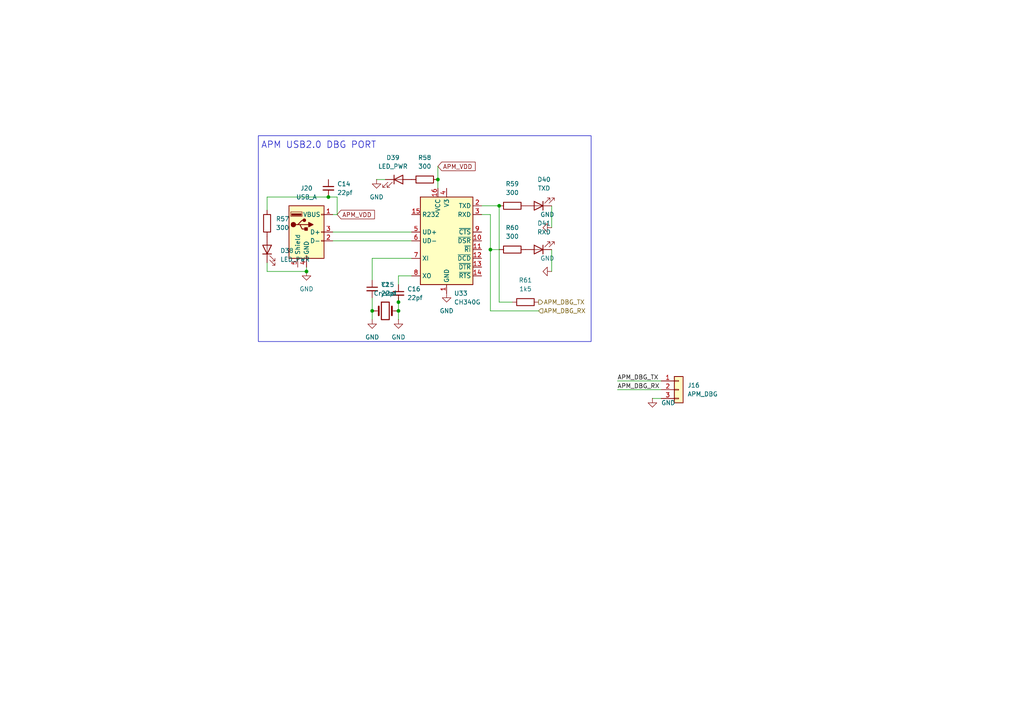
<source format=kicad_sch>
(kicad_sch (version 20250114) (generator "eeschema") (generator_version "9.0")
  (paper "A4")
  (title_block (date "2025-06") (rev "2"))
  (lib_symbols
    (symbol "Connector:USB_A" (pin_names (offset 1.016))
      (property "Reference" "J" (at -5.08 11.43 0))
      (property "Value" "USB_A" (at -5.08 8.89 0))
      (symbol "USB_A_0_1"
        (rectangle (start -5.08 -7.62) (end 5.08 7.62) (stroke (width 0.254)) (fill (type background)))
        (circle (center -3.81 2.159) (radius 0.635) (stroke (width 0.254)) (fill (type outline)))
        (polyline (pts (xy -3.175 2.159) (xy -2.54 2.159) (xy -1.27 3.429) (xy -0.635 3.429)) (stroke (width 0.254)))
        (polyline (pts (xy -2.54 2.159) (xy -1.905 2.159) (xy -1.27 0.889) (xy 0 0.889)) (stroke (width 0.254)))
        (rectangle (start -1.524 4.826) (end -4.318 5.334) (fill (type outline)))
        (rectangle (start -1.27 4.572) (end -4.572 5.842))
        (circle (center -0.635 3.429) (radius 0.381) (stroke (width 0.254)) (fill (type outline)))
        (rectangle (start -0.127 -7.62) (end 0.127 -6.858))
        (rectangle (start 0.254 1.27) (end -0.508 0.508) (stroke (width 0.254)) (fill (type outline)))
        (polyline (pts (xy 0.635 2.794) (xy 0.635 1.524) (xy 1.905 2.159) (xy 0.635 2.794)) (stroke (width 0.254)) (fill (type outline)))
        (rectangle (start 5.08 4.953) (end 4.318 5.207))
        (rectangle (start 5.08 -0.127) (end 4.318 0.127))
        (rectangle (start 5.08 -2.667) (end 4.318 -2.413))
      )
      (symbol "USB_A_1_1"
        (polyline (pts (xy -1.905 2.159) (xy 0.635 2.159)) (stroke (width 0.254)))
        (pin passive line (at -2.54 -10.16 90) (length 2.54) (name "Shield") (number "5"))
        (pin power_in line (at 0 -10.16 90) (length 2.54) (name "GND") (number "4"))
        (pin power_in line (at 7.62 5.08 180) (length 2.54) (name "VBUS") (number "1"))
        (pin bidirectional line (at 7.62 0 180) (length 2.54) (name "D+") (number "3"))
        (pin bidirectional line (at 7.62 -2.54 180) (length 2.54) (name "D-") (number "2"))
      )
    )
    (symbol "Connector_Generic:Conn_01x03" (pin_names (offset 1.016) (hide yes))
      (property "Reference" "J" (at 0 5.08 0))
      (property "Value" "Conn_01x03" (at 0 -5.08 0))
      (symbol "Conn_01x03_1_1"
        (rectangle (start -1.27 3.81) (end 1.27 -3.81) (stroke (width 0.254)) (fill (type background)))
        (rectangle (start -1.27 2.667) (end 0 2.413) (stroke (width 0.1524)))
        (rectangle (start -1.27 0.127) (end 0 -0.127) (stroke (width 0.1524)))
        (rectangle (start -1.27 -2.413) (end 0 -2.667) (stroke (width 0.1524)))
        (pin passive line (at -5.08 2.54 0) (length 3.81) (name "Pin_1") (number "1"))
        (pin passive line (at -5.08 0 0) (length 3.81) (name "Pin_2") (number "2"))
        (pin passive line (at -5.08 -2.54 0) (length 3.81) (name "Pin_3") (number "3"))
      )
    )
    (symbol "Device:C_Small" (pin_numbers (hide yes)) (pin_names (offset 0.254) (hide yes))
      (property "Reference" "C" (at 0.254 1.778 0))
      (property "Value" "C_Small" (at 0.254 -2.032 0))
      (symbol "C_Small_0_1"
        (polyline (pts (xy -1.524 0.508) (xy 1.524 0.508)) (stroke (width 0.3048)))
        (polyline (pts (xy -1.524 -0.508) (xy 1.524 -0.508)) (stroke (width 0.3302)))
      )
      (symbol "C_Small_1_1"
        (pin passive line (at 0 2.54 270) (length 2.032) (name "~") (number "1"))
        (pin passive line (at 0 -2.54 90) (length 2.032) (name "~") (number "2"))
      )
    )
    (symbol "Device:Crystal" (pin_numbers (hide yes)) (pin_names (offset 1.016) (hide yes))
      (property "Reference" "Y" (at 0 3.81 0))
      (property "Value" "Crystal" (at 0 -3.81 0))
      (symbol "Crystal_0_1"
        (polyline (pts (xy -2.54 0) (xy -1.905 0)))
        (polyline (pts (xy -1.905 -1.27) (xy -1.905 1.27)) (stroke (width 0.508)))
        (rectangle (start -1.143 2.54) (end 1.143 -2.54) (stroke (width 0.3048)))
        (polyline (pts (xy 1.905 -1.27) (xy 1.905 1.27)) (stroke (width 0.508)))
        (polyline (pts (xy 2.54 0) (xy 1.905 0)))
      )
      (symbol "Crystal_1_1"
        (pin passive line (at -3.81 0 0) (length 1.27) (name "1") (number "1"))
        (pin passive line (at 3.81 0 180) (length 1.27) (name "2") (number "2"))
      )
    )
    (symbol "Device:LED" (pin_numbers (hide yes)) (pin_names (offset 1.016) (hide yes))
      (property "Reference" "D" (at 0 2.54 0))
      (property "Value" "LED" (at 0 -2.54 0))
      (symbol "LED_0_1"
        (polyline (pts (xy -3.048 -0.762) (xy -4.572 -2.286) (xy -3.81 -2.286) (xy -4.572 -2.286) (xy -4.572 -1.524)))
        (polyline (pts (xy -1.778 -0.762) (xy -3.302 -2.286) (xy -2.54 -2.286) (xy -3.302 -2.286) (xy -3.302 -1.524)))
        (polyline (pts (xy -1.27 0) (xy 1.27 0)))
        (polyline (pts (xy -1.27 -1.27) (xy -1.27 1.27)) (stroke (width 0.254)))
        (polyline (pts (xy 1.27 -1.27) (xy 1.27 1.27) (xy -1.27 0) (xy 1.27 -1.27)) (stroke (width 0.254)))
      )
      (symbol "LED_1_1"
        (pin passive line (at -3.81 0 0) (length 2.54) (name "K") (number "1"))
        (pin passive line (at 3.81 0 180) (length 2.54) (name "A") (number "2"))
      )
    )
    (symbol "Device:R" (pin_numbers (hide yes)) (pin_names (offset 0))
      (property "Reference" "R" (at 2.032 0 90))
      (property "Value" "R" (at 0 0 90))
      (symbol "R_0_1"
        (rectangle (start -1.016 -2.54) (end 1.016 2.54) (stroke (width 0.254)))
      )
      (symbol "R_1_1"
        (pin passive line (at 0 3.81 270) (length 1.27) (name "~") (number "1"))
        (pin passive line (at 0 -3.81 90) (length 1.27) (name "~") (number "2"))
      )
    )
    (symbol "Interface_USB:CH340G"
      (property "Reference" "U" (at -5.08 13.97 0))
      (property "Value" "CH340G" (at 1.27 13.97 0))
      (symbol "CH340G_0_1"
        (rectangle (start -7.62 12.7) (end 7.62 -12.7) (stroke (width 0.254)) (fill (type background)))
      )
      (symbol "CH340G_1_1"
        (pin input line (at -10.16 7.62 0) (length 2.54) (name "R232") (number "15"))
        (pin bidirectional line (at -10.16 2.54 0) (length 2.54) (name "UD+") (number "5"))
        (pin bidirectional line (at -10.16 0 0) (length 2.54) (name "UD-") (number "6"))
        (pin input line (at -10.16 -5.08 0) (length 2.54) (name "XI") (number "7"))
        (pin output line (at -10.16 -10.16 0) (length 2.54) (name "XO") (number "8"))
        (pin power_in line (at -2.54 15.24 270) (length 2.54) (name "VCC") (number "16"))
        (pin power_out line (at 0 15.24 270) (length 2.54) (name "V3") (number "4"))
        (pin power_in line (at 0 -15.24 90) (length 2.54) (name "GND") (number "1"))
        (pin output line (at 10.16 10.16 180) (length 2.54) (name "TXD") (number "2"))
        (pin input line (at 10.16 7.62 180) (length 2.54) (name "RXD") (number "3"))
        (pin input line (at 10.16 2.54 180) (length 2.54) (name "~{CTS}") (number "9"))
        (pin input line (at 10.16 0 180) (length 2.54) (name "~{DSR}") (number "10"))
        (pin input line (at 10.16 -2.54 180) (length 2.54) (name "~{RI}") (number "11"))
        (pin input line (at 10.16 -5.08 180) (length 2.54) (name "~{DCD}") (number "12"))
        (pin output line (at 10.16 -7.62 180) (length 2.54) (name "~{DTR}") (number "13"))
        (pin output line (at 10.16 -10.16 180) (length 2.54) (name "~{RTS}") (number "14"))
      )
    )
    (symbol "power:GND" (power) (pin_numbers (hide yes)) (pin_names (offset 0) (hide yes))
      (property "Value" "GND" (at 0 -3.81 0))
      (symbol "GND_0_1"
        (polyline (pts (xy 0 0) (xy 0 -1.27) (xy 1.27 -1.27) (xy 0 -2.54) (xy -1.27 -1.27) (xy 0 -1.27)))
      )
      (symbol "GND_1_1"
        (pin power_in line (at 0 0 270) (length 0) (name "~") (number "1"))
      )
    )
  )
  (rectangle (start 74.93 39.37) (end 171.45 99.06))
  (text "APM USB2.0 DBG PORT" (at 92.456 42.164 0) (effects (font (size 1.905 1.905))))
  (junction (at 127 52.07))
  (junction (at 95.25 57.15))
  (junction (at 142.24 72.39))
  (junction (at 107.95 90.17))
  (junction (at 88.9 78.74))
  (junction (at 115.57 90.17))
  (junction (at 144.78 59.69))
  (junction (at 115.57 87.63))
  (wire (pts (xy 179.07 113.03) (xy 191.77 113.03)))
  (wire (pts (xy 142.24 72.39) (xy 144.78 72.39)))
  (wire (pts (xy 107.95 86.36) (xy 107.95 90.17)))
  (wire (pts (xy 127 52.07) (xy 127 54.61)))
  (wire (pts (xy 95.25 57.15) (xy 77.47 57.15)))
  (wire (pts (xy 77.47 57.15) (xy 77.47 60.96)))
  (wire (pts (xy 109.22 52.07) (xy 111.76 52.07)))
  (wire (pts (xy 189.23 115.57) (xy 191.77 115.57)))
  (wire (pts (xy 97.79 57.15) (xy 97.79 62.23)))
  (wire (pts (xy 77.47 78.74) (xy 77.47 76.2)))
  (wire (pts (xy 142.24 90.17) (xy 156.21 90.17)))
  (wire (pts (xy 142.24 72.39) (xy 142.24 90.17)))
  (wire (pts (xy 107.95 74.93) (xy 107.95 81.28)))
  (wire (pts (xy 97.79 62.23) (xy 96.52 62.23)))
  (wire (pts (xy 142.24 62.23) (xy 142.24 72.39)))
  (wire (pts (xy 115.57 90.17) (xy 115.57 92.71)))
  (wire (pts (xy 88.9 78.74) (xy 77.47 78.74)))
  (wire (pts (xy 115.57 80.01) (xy 119.38 80.01)))
  (wire (pts (xy 88.9 78.74) (xy 88.9 77.47)))
  (wire (pts (xy 115.57 80.01) (xy 115.57 82.55)))
  (wire (pts (xy 107.95 74.93) (xy 119.38 74.93)))
  (wire (pts (xy 97.79 57.15) (xy 95.25 57.15)))
  (wire (pts (xy 96.52 69.85) (xy 119.38 69.85)))
  (wire (pts (xy 179.07 110.49) (xy 191.77 110.49)))
  (wire (pts (xy 127 48.26) (xy 127 52.07)))
  (wire (pts (xy 96.52 67.31) (xy 119.38 67.31)))
  (wire (pts (xy 115.57 87.63) (xy 115.57 90.17)))
  (wire (pts (xy 144.78 59.69) (xy 144.78 87.63)))
  (wire (pts (xy 115.57 86.36) (xy 115.57 87.63)))
  (wire (pts (xy 139.7 59.69) (xy 144.78 59.69)))
  (wire (pts (xy 144.78 87.63) (xy 148.59 87.63)))
  (wire (pts (xy 160.02 59.69) (xy 160.02 66.04)))
  (wire (pts (xy 160.02 72.39) (xy 160.02 78.74)))
  (wire (pts (xy 107.95 92.71) (xy 107.95 90.17)))
  (wire (pts (xy 139.7 62.23) (xy 142.24 62.23)))
  (label "APM_DBG_RX" (at 179.07 113.03 0))
  (label "APM_DBG_TX" (at 179.07 110.49 0))
  (global_label "APM_VDD" (shape input) (at 127 48.26 0) (property "Intersheetrefs" "${INTERSHEET_REFS}" (effects (hide yes))))
  (global_label "APM_VDD" (shape input) (at 97.79 62.23 0) (property "Intersheetrefs" "${INTERSHEET_REFS}" (effects (hide yes))))
  (hierarchical_label "APM_DBG_TX" (shape output) (at 156.21 87.63 0))
  (hierarchical_label "APM_DBG_RX" (shape input) (at 156.21 90.17 0))
  (symbol (lib_id "Device:R") (at 148.59 72.39 90) (unit 1)
    (property "Reference" "R60" (at 148.59 66.04 90))
    (property "Value" "300" (at 148.59 68.58 90))
    (property "Footprint" "Resistor_SMD:R_0805_2012Metric_Pad1.20x1.40mm_HandSolder" (effects (hide yes)))
    (property "Description" "Resistor" (effects (hide yes)))
    (property "DigiKey_Part_Number" "311-10.0KCRCT-ND" (effects (hide yes)))
    (property "Price" "0.0129" (effects (hide yes)))
  )
  (symbol (lib_id "Device:Crystal") (at 111.76 90.17 0) (unit 1)
    (property "Reference" "Y2" (at 111.76 82.55 0))
    (property "Value" "Crystal" (at 111.76 85.09 0))
    (property "Description" "Two pin crystal" (effects (hide yes)))
  )
  (symbol (lib_id "Device:LED") (at 77.47 72.39 90) (unit 1)
    (property "Reference" "D38" (at 81.28 72.7074 90) (effects (justify right)))
    (property "Value" "LED_PWR" (at 81.28 75.2474 90) (effects (justify right)))
    (property "Footprint" "LED_SMD:LED_0603_1608Metric" (effects (hide yes)))
    (property "Description" "Light emitting diode" (effects (hide yes)))
    (property "Sim.Pins" "1=K 2=A" (effects (hide yes)))
  )
  (symbol (lib_id "Interface_USB:CH340G") (at 129.54 69.85 0) (unit 1)
    (property "Reference" "U33" (at 131.6833 85.09 0) (effects (justify left)))
    (property "Value" "CH340G" (at 131.6833 87.63 0) (effects (justify left)))
    (property "Footprint" "Package_SO:SOIC-16_3.9x9.9mm_P1.27mm" (effects (hide yes)))
    (property "Datasheet" "http://www.datasheet5.com/pdf-local-2195953" (effects (hide yes)))
    (property "Description" "USB serial converter, UART, SOIC-16" (effects (hide yes)))
  )
  (symbol (lib_id "Device:R") (at 152.4 87.63 90) (unit 1)
    (property "Reference" "R61" (at 152.4 81.28 90))
    (property "Value" "1k5" (at 152.4 83.82 90))
    (property "Footprint" "Resistor_SMD:R_0805_2012Metric_Pad1.20x1.40mm_HandSolder" (effects (hide yes)))
    (property "Description" "Resistor" (effects (hide yes)))
    (property "DigiKey_Part_Number" "311-10.0KCRCT-ND" (effects (hide yes)))
    (property "Price" "0.0129" (effects (hide yes)))
  )
  (symbol (lib_id "power:GND") (at 160.02 78.74 270) (mirror x) (unit 1)
    (property "Reference" "#PWR0147" (effects (hide yes)))
    (property "Value" "GND" (at 158.75 74.93 90))
    (property "Description" "Power symbol creates a global label with name \"GND\" , ground" (effects (hide yes)))
  )
  (symbol (lib_id "power:GND") (at 107.95 92.71 0) (mirror y) (unit 1)
    (property "Reference" "#PWR0142" (effects (hide yes)))
    (property "Value" "GND" (at 107.95 97.79 0))
    (property "Description" "Power symbol creates a global label with name \"GND\" , ground" (effects (hide yes)))
  )
  (symbol (lib_id "power:GND") (at 160.02 66.04 270) (mirror x) (unit 1)
    (property "Reference" "#PWR0146" (effects (hide yes)))
    (property "Value" "GND" (at 158.75 62.23 90))
    (property "Description" "Power symbol creates a global label with name \"GND\" , ground" (effects (hide yes)))
  )
  (symbol (lib_id "power:GND") (at 189.23 115.57 0) (unit 1)
    (property "Reference" "#PWR098" (effects (hide yes)))
    (property "Value" "GND" (at 191.77 116.8399 0) (effects (justify left)))
    (property "Description" "Power symbol creates a global label with name \"GND\" , ground" (effects (hide yes)))
  )
  (symbol (lib_id "power:GND") (at 88.9 78.74 0) (unit 1)
    (property "Reference" "#PWR0141" (effects (hide yes)))
    (property "Value" "GND" (at 88.9 83.82 0))
    (property "Description" "Power symbol creates a global label with name \"GND\" , ground" (effects (hide yes)))
  )
  (symbol (lib_id "Device:LED") (at 156.21 59.69 180) (unit 1)
    (property "Reference" "D40" (at 157.7975 52.07 0))
    (property "Value" "TXD" (at 157.7975 54.61 0))
    (property "Footprint" "LED_SMD:LED_0603_1608Metric" (effects (hide yes)))
    (property "Description" "Light emitting diode" (effects (hide yes)))
    (property "Sim.Pins" "1=K 2=A" (effects (hide yes)))
  )
  (symbol (lib_id "Device:R") (at 148.59 59.69 90) (unit 1)
    (property "Reference" "R59" (at 148.59 53.34 90))
    (property "Value" "300" (at 148.59 55.88 90))
    (property "Footprint" "Resistor_SMD:R_0805_2012Metric_Pad1.20x1.40mm_HandSolder" (effects (hide yes)))
    (property "Description" "Resistor" (effects (hide yes)))
    (property "DigiKey_Part_Number" "311-10.0KCRCT-ND" (effects (hide yes)))
    (property "Price" "0.0129" (effects (hide yes)))
  )
  (symbol (lib_id "Device:LED") (at 156.21 72.39 180) (unit 1)
    (property "Reference" "D41" (at 157.7975 64.77 0))
    (property "Value" "RXD" (at 157.7975 67.31 0))
    (property "Footprint" "LED_SMD:LED_0603_1608Metric" (effects (hide yes)))
    (property "Description" "Light emitting diode" (effects (hide yes)))
    (property "Sim.Pins" "1=K 2=A" (effects (hide yes)))
  )
  (symbol (lib_id "Connector_Generic:Conn_01x03") (at 196.85 113.03 0) (unit 1)
    (property "Reference" "J16" (at 199.39 111.7599 0) (effects (justify left)))
    (property "Value" "APM_DBG" (at 199.39 114.2999 0) (effects (justify left)))
    (property "Footprint" "Connector_PinHeader_1.00mm:PinHeader_1x03_P1.00mm_Horizontal" (effects (hide yes)))
    (property "Description" "Generic connector, single row, 01x03, script generated (kicad-library-utils/schlib/autogen/connector/)" (effects (hide yes)))
  )
  (symbol (lib_id "power:GND") (at 129.54 85.09 0) (mirror y) (unit 1)
    (property "Reference" "#PWR0145" (effects (hide yes)))
    (property "Value" "GND" (at 129.54 90.17 0))
    (property "Description" "Power symbol creates a global label with name \"GND\" , ground" (effects (hide yes)))
  )
  (symbol (lib_id "power:GND") (at 115.57 92.71 0) (mirror y) (unit 1)
    (property "Reference" "#PWR0144" (effects (hide yes)))
    (property "Value" "GND" (at 115.57 97.79 0))
    (property "Description" "Power symbol creates a global label with name \"GND\" , ground" (effects (hide yes)))
  )
  (symbol (lib_id "Device:C_Small") (at 95.25 54.61 0) (unit 1)
    (property "Reference" "C14" (at 97.79 53.3462 0) (effects (justify left)))
    (property "Value" "22pf" (at 97.79 55.8862 0) (effects (justify left)))
    (property "Footprint" "Capacitor_SMD:C_0805_2012Metric" (effects (hide yes)))
    (property "Description" "Unpolarized capacitor, small symbol" (effects (hide yes)))
  )
  (symbol (lib_id "Connector:USB_A") (at 88.9 67.31 0) (unit 1)
    (property "Reference" "J20" (at 88.9 54.61 0))
    (property "Value" "USB_A" (at 88.9 57.15 0))
    (property "Footprint" "Connector_USB:USB_A_CNCTech_1001-011-01101_Horizontal" (effects (hide yes)))
    (property "Description" "USB Type A connector" (effects (hide yes)))
  )
  (symbol (lib_id "Device:R") (at 123.19 52.07 90) (unit 1)
    (property "Reference" "R58" (at 123.19 45.72 90))
    (property "Value" "300" (at 123.19 48.26 90))
    (property "Footprint" "Resistor_SMD:R_0805_2012Metric_Pad1.20x1.40mm_HandSolder" (effects (hide yes)))
    (property "Description" "Resistor" (effects (hide yes)))
    (property "DigiKey_Part_Number" "311-10.0KCRCT-ND" (effects (hide yes)))
    (property "Price" "0.0129" (effects (hide yes)))
  )
  (symbol (lib_id "Device:C_Small") (at 107.95 83.82 0) (unit 1)
    (property "Reference" "C15" (at 110.49 82.5562 0) (effects (justify left)))
    (property "Value" "22pf" (at 110.49 85.0962 0) (effects (justify left)))
    (property "Footprint" "Capacitor_SMD:C_0805_2012Metric" (effects (hide yes)))
    (property "Description" "Unpolarized capacitor, small symbol" (effects (hide yes)))
  )
  (symbol (lib_id "power:GND") (at 109.22 52.07 0) (mirror y) (unit 1)
    (property "Reference" "#PWR0143" (effects (hide yes)))
    (property "Value" "GND" (at 109.22 57.15 0))
    (property "Description" "Power symbol creates a global label with name \"GND\" , ground" (effects (hide yes)))
  )
  (symbol (lib_id "Device:LED") (at 115.57 52.07 0) (unit 1)
    (property "Reference" "D39" (at 113.9825 45.72 0))
    (property "Value" "LED_PWR" (at 113.9825 48.26 0))
    (property "Footprint" "LED_SMD:LED_0603_1608Metric" (effects (hide yes)))
    (property "Description" "Light emitting diode" (effects (hide yes)))
    (property "Sim.Pins" "1=K 2=A" (effects (hide yes)))
  )
  (symbol (lib_id "Device:R") (at 77.47 64.77 180) (unit 1)
    (property "Reference" "R57" (at 80.01 63.4999 0) (effects (justify right)))
    (property "Value" "300" (at 80.01 66.0399 0) (effects (justify right)))
    (property "Footprint" "Resistor_SMD:R_0805_2012Metric_Pad1.20x1.40mm_HandSolder" (effects (hide yes)))
    (property "Description" "Resistor" (effects (hide yes)))
    (property "DigiKey_Part_Number" "311-10.0KCRCT-ND" (effects (hide yes)))
    (property "Price" "0.0129" (effects (hide yes)))
  )
  (symbol (lib_id "Device:C_Small") (at 115.57 85.09 0) (unit 1)
    (property "Reference" "C16" (at 118.11 83.8262 0) (effects (justify left)))
    (property "Value" "22pf" (at 118.11 86.3662 0) (effects (justify left)))
    (property "Footprint" "Capacitor_SMD:C_0805_2012Metric" (effects (hide yes)))
    (property "Description" "Unpolarized capacitor, small symbol" (effects (hide yes)))
  )
)
</source>
